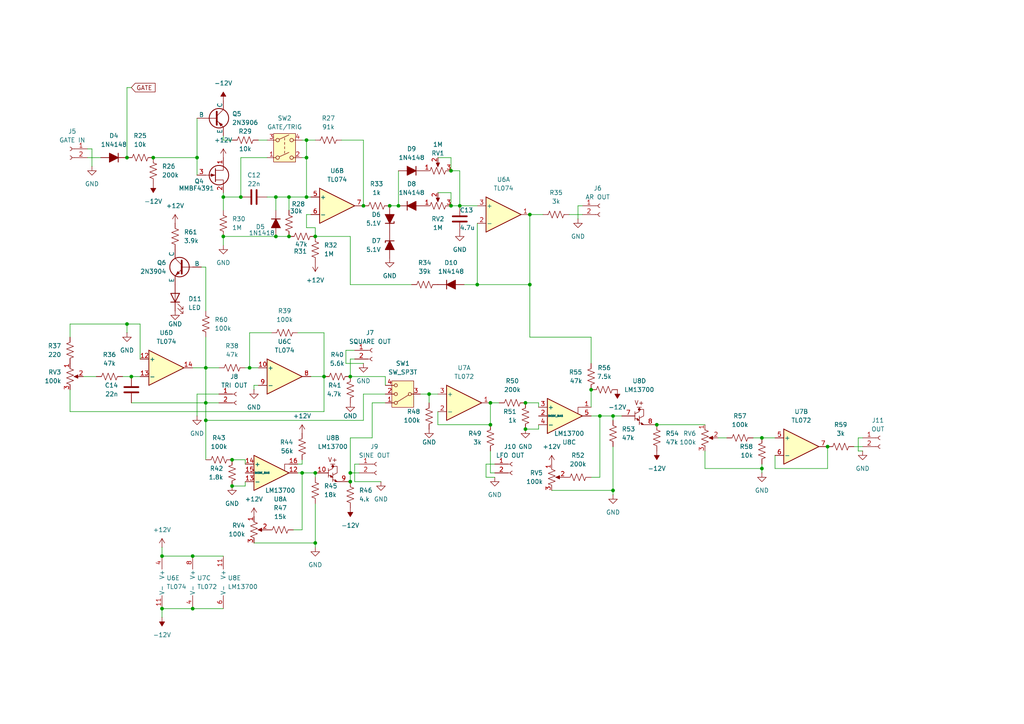
<source format=kicad_sch>
(kicad_sch (version 20231120) (generator "eeschema") (generator_version "8.0")
  (paper "A4")
  (junction (at 173.99 120.65))
  (junction (at 105.41 59.69))
  (junction (at 67.31 133.35))
  (junction (at 69.85 57.15))
  (junction (at 44.45 45.72))
  (junction (at 130.81 49.53))
  (junction (at 101.6 139.7))
  (junction (at 240.03 129.54))
  (junction (at 171.45 113.03))
  (junction (at 142.24 123.19))
  (junction (at 57.15 45.72))
  (junction (at 59.69 106.68))
  (junction (at 87.63 137.16))
  (junction (at 36.83 93.98))
  (junction (at 113.03 59.69))
  (junction (at 46.99 176.53))
  (junction (at 130.81 59.69))
  (junction (at 55.88 161.29))
  (junction (at 55.88 176.53))
  (junction (at 91.44 157.48))
  (junction (at 38.1 109.22))
  (junction (at 138.43 82.55))
  (junction (at 91.44 137.16))
  (junction (at 88.9 45.72))
  (junction (at 67.31 140.97))
  (junction (at 59.69 121.92))
  (junction (at 115.57 59.69))
  (junction (at 88.9 57.15))
  (junction (at 153.67 82.55))
  (junction (at 64.77 57.15))
  (junction (at 64.77 68.58))
  (junction (at 93.98 109.22))
  (junction (at 124.46 114.3))
  (junction (at 101.6 109.22))
  (junction (at 152.4 124.46))
  (junction (at 190.5 123.19))
  (junction (at 152.4 116.84))
  (junction (at 80.01 68.58))
  (junction (at 101.6 137.16))
  (junction (at 72.39 106.68))
  (junction (at 133.35 59.69))
  (junction (at 80.01 57.15))
  (junction (at 220.98 127))
  (junction (at 88.9 40.64))
  (junction (at 83.82 57.15))
  (junction (at 83.82 68.58))
  (junction (at 91.44 68.58))
  (junction (at 220.98 135.89))
  (junction (at 153.67 62.23))
  (junction (at 46.99 161.29))
  (junction (at 177.8 142.24))
  (junction (at 142.24 116.84))
  (junction (at 36.83 45.72))
  (junction (at 177.8 120.65))
  (junction (at 59.69 116.84))
  (wire (pts (xy 160.02 142.24) (xy 177.8 142.24)))
  (wire (pts (xy 72.39 96.52) (xy 72.39 106.68)))
  (wire (pts (xy 101.6 137.16) (xy 104.14 137.16)))
  (wire (pts (xy 171.45 105.41) (xy 171.45 97.79)))
  (wire (pts (xy 152.4 116.84) (xy 156.21 116.84)))
  (wire (pts (xy 74.93 111.76) (xy 73.66 111.76)))
  (wire (pts (xy 35.56 109.22) (xy 38.1 109.22)))
  (wire (pts (xy 64.77 57.15) (xy 69.85 57.15)))
  (wire (pts (xy 46.99 176.53) (xy 46.99 179.07)))
  (wire (pts (xy 105.41 114.3) (xy 105.41 121.92)))
  (wire (pts (xy 90.17 109.22) (xy 93.98 109.22)))
  (wire (pts (xy 105.41 40.64) (xy 99.06 40.64)))
  (wire (pts (xy 88.9 40.64) (xy 91.44 40.64)))
  (wire (pts (xy 130.81 49.53) (xy 133.35 49.53)))
  (wire (pts (xy 101.6 82.55) (xy 101.6 68.58)))
  (wire (pts (xy 71.12 134.62) (xy 71.12 133.35)))
  (wire (pts (xy 142.24 116.84) (xy 144.78 116.84)))
  (wire (pts (xy 83.82 57.15) (xy 88.9 57.15)))
  (wire (pts (xy 44.45 45.72) (xy 57.15 45.72)))
  (wire (pts (xy 138.43 82.55) (xy 153.67 82.55)))
  (wire (pts (xy 102.87 101.6) (xy 100.33 101.6)))
  (wire (pts (xy 91.44 137.16) (xy 91.44 138.43)))
  (wire (pts (xy 142.24 123.19) (xy 127 123.19)))
  (wire (pts (xy 46.99 158.75) (xy 46.99 161.29)))
  (wire (pts (xy 133.35 49.53) (xy 133.35 59.69)))
  (wire (pts (xy 113.03 59.69) (xy 115.57 59.69)))
  (wire (pts (xy 143.51 138.43) (xy 140.97 138.43)))
  (wire (pts (xy 165.1 62.23) (xy 168.91 62.23)))
  (wire (pts (xy 88.9 62.23) (xy 90.17 62.23)))
  (wire (pts (xy 204.47 130.81) (xy 204.47 135.89)))
  (wire (pts (xy 64.77 55.88) (xy 64.77 57.15)))
  (wire (pts (xy 104.14 134.62) (xy 102.87 134.62)))
  (wire (pts (xy 71.12 106.68) (xy 72.39 106.68)))
  (wire (pts (xy 173.99 120.65) (xy 177.8 120.65)))
  (wire (pts (xy 57.15 114.3) (xy 57.15 120.65)))
  (wire (pts (xy 121.92 114.3) (xy 124.46 114.3)))
  (wire (pts (xy 25.4 45.72) (xy 29.21 45.72)))
  (wire (pts (xy 140.97 138.43) (xy 140.97 134.62)))
  (wire (pts (xy 101.6 137.16) (xy 101.6 139.7)))
  (wire (pts (xy 130.81 45.72) (xy 130.81 49.53)))
  (wire (pts (xy 87.63 45.72) (xy 88.9 45.72)))
  (wire (pts (xy 67.31 140.97) (xy 71.12 140.97)))
  (wire (pts (xy 156.21 124.46) (xy 156.21 123.19)))
  (wire (pts (xy 190.5 123.19) (xy 204.47 123.19)))
  (wire (pts (xy 64.77 68.58) (xy 64.77 71.12)))
  (wire (pts (xy 171.45 113.03) (xy 171.45 118.11)))
  (wire (pts (xy 208.28 127) (xy 210.82 127)))
  (wire (pts (xy 93.98 119.38) (xy 93.98 109.22)))
  (wire (pts (xy 85.09 153.67) (xy 87.63 153.67)))
  (wire (pts (xy 111.76 116.84) (xy 107.95 116.84)))
  (wire (pts (xy 71.12 139.7) (xy 71.12 140.97)))
  (wire (pts (xy 59.69 116.84) (xy 63.5 116.84)))
  (wire (pts (xy 36.83 45.72) (xy 36.83 25.4)))
  (wire (pts (xy 20.32 113.03) (xy 20.32 119.38)))
  (wire (pts (xy 78.74 96.52) (xy 72.39 96.52)))
  (wire (pts (xy 74.93 40.64) (xy 77.47 40.64)))
  (wire (pts (xy 59.69 77.47) (xy 59.69 90.17)))
  (wire (pts (xy 105.41 121.92) (xy 59.69 121.92)))
  (wire (pts (xy 91.44 68.58) (xy 91.44 66.04)))
  (wire (pts (xy 87.63 133.35) (xy 87.63 134.62)))
  (wire (pts (xy 59.69 106.68) (xy 63.5 106.68)))
  (wire (pts (xy 133.35 59.69) (xy 138.43 59.69)))
  (wire (pts (xy 220.98 135.89) (xy 220.98 137.16)))
  (wire (pts (xy 59.69 97.79) (xy 59.69 106.68)))
  (wire (pts (xy 77.47 45.72) (xy 69.85 45.72)))
  (wire (pts (xy 73.66 157.48) (xy 91.44 157.48)))
  (wire (pts (xy 177.8 120.65) (xy 177.8 121.92)))
  (wire (pts (xy 71.12 133.35) (xy 67.31 133.35)))
  (wire (pts (xy 91.44 157.48) (xy 91.44 158.75)))
  (wire (pts (xy 204.47 135.89) (xy 220.98 135.89)))
  (wire (pts (xy 142.24 130.81) (xy 142.24 137.16)))
  (wire (pts (xy 171.45 97.79) (xy 153.67 97.79)))
  (wire (pts (xy 101.6 104.14) (xy 101.6 109.22)))
  (wire (pts (xy 173.99 120.65) (xy 173.99 138.43)))
  (wire (pts (xy 248.92 130.81) (xy 250.19 130.81)))
  (wire (pts (xy 26.67 43.18) (xy 26.67 48.26)))
  (wire (pts (xy 167.64 59.69) (xy 167.64 63.5)))
  (wire (pts (xy 153.67 62.23) (xy 153.67 82.55)))
  (wire (pts (xy 101.6 127) (xy 101.6 137.16)))
  (wire (pts (xy 88.9 45.72) (xy 88.9 57.15)))
  (wire (pts (xy 64.77 40.64) (xy 67.31 40.64)))
  (wire (pts (xy 93.98 96.52) (xy 86.36 96.52)))
  (wire (pts (xy 124.46 114.3) (xy 124.46 116.84)))
  (wire (pts (xy 247.65 129.54) (xy 250.19 129.54)))
  (wire (pts (xy 20.32 93.98) (xy 36.83 93.98)))
  (wire (pts (xy 25.4 43.18) (xy 26.67 43.18)))
  (wire (pts (xy 36.83 93.98) (xy 36.83 96.52)))
  (wire (pts (xy 107.95 116.84) (xy 107.95 127)))
  (wire (pts (xy 105.41 59.69) (xy 105.41 40.64)))
  (wire (pts (xy 46.99 176.53) (xy 55.88 176.53)))
  (wire (pts (xy 140.97 134.62) (xy 143.51 134.62)))
  (wire (pts (xy 111.76 114.3) (xy 105.41 114.3)))
  (wire (pts (xy 153.67 62.23) (xy 157.48 62.23)))
  (wire (pts (xy 124.46 114.3) (xy 127 114.3)))
  (wire (pts (xy 111.76 109.22) (xy 101.6 109.22)))
  (wire (pts (xy 59.69 106.68) (xy 59.69 116.84)))
  (wire (pts (xy 115.57 49.53) (xy 115.57 59.69)))
  (wire (pts (xy 138.43 82.55) (xy 134.62 82.55)))
  (wire (pts (xy 55.88 176.53) (xy 64.77 176.53)))
  (wire (pts (xy 224.79 135.89) (xy 224.79 132.08)))
  (wire (pts (xy 102.87 134.62) (xy 102.87 139.7)))
  (wire (pts (xy 87.63 40.64) (xy 88.9 40.64)))
  (wire (pts (xy 57.15 34.29) (xy 57.15 45.72)))
  (wire (pts (xy 138.43 64.77) (xy 138.43 82.55)))
  (wire (pts (xy 63.5 114.3) (xy 57.15 114.3)))
  (wire (pts (xy 130.81 55.88) (xy 130.81 59.69)))
  (wire (pts (xy 102.87 139.7) (xy 110.49 139.7)))
  (wire (pts (xy 91.44 66.04) (xy 88.9 66.04)))
  (wire (pts (xy 64.77 39.37) (xy 64.77 40.64)))
  (wire (pts (xy 80.01 68.58) (xy 83.82 68.58)))
  (wire (pts (xy 248.92 127) (xy 248.92 130.81)))
  (wire (pts (xy 156.21 116.84) (xy 156.21 118.11)))
  (wire (pts (xy 59.69 121.92) (xy 59.69 133.35)))
  (wire (pts (xy 127 45.72) (xy 130.81 45.72)))
  (wire (pts (xy 171.45 120.65) (xy 173.99 120.65)))
  (wire (pts (xy 46.99 161.29) (xy 55.88 161.29)))
  (wire (pts (xy 80.01 57.15) (xy 83.82 57.15)))
  (wire (pts (xy 143.51 137.16) (xy 142.24 137.16)))
  (wire (pts (xy 88.9 45.72) (xy 88.9 40.64)))
  (wire (pts (xy 102.87 104.14) (xy 101.6 104.14)))
  (wire (pts (xy 72.39 106.68) (xy 74.93 106.68)))
  (wire (pts (xy 153.67 97.79) (xy 153.67 82.55)))
  (wire (pts (xy 77.47 57.15) (xy 80.01 57.15)))
  (wire (pts (xy 119.38 82.55) (xy 101.6 82.55)))
  (wire (pts (xy 87.63 134.62) (xy 86.36 134.62)))
  (wire (pts (xy 100.33 105.41) (xy 105.41 105.41)))
  (wire (pts (xy 64.77 68.58) (xy 80.01 68.58)))
  (wire (pts (xy 55.88 161.29) (xy 64.77 161.29)))
  (wire (pts (xy 80.01 57.15) (xy 80.01 60.96)))
  (wire (pts (xy 240.03 135.89) (xy 224.79 135.89)))
  (wire (pts (xy 93.98 109.22) (xy 93.98 96.52)))
  (wire (pts (xy 86.36 137.16) (xy 87.63 137.16)))
  (wire (pts (xy 83.82 57.15) (xy 83.82 60.96)))
  (wire (pts (xy 107.95 127) (xy 101.6 127)))
  (wire (pts (xy 20.32 119.38) (xy 93.98 119.38)))
  (wire (pts (xy 220.98 127) (xy 224.79 127)))
  (wire (pts (xy 142.24 116.84) (xy 142.24 123.19)))
  (wire (pts (xy 127 123.19) (xy 127 119.38)))
  (wire (pts (xy 111.76 111.76) (xy 111.76 109.22)))
  (wire (pts (xy 20.32 97.79) (xy 20.32 93.98)))
  (wire (pts (xy 250.19 127) (xy 248.92 127)))
  (wire (pts (xy 88.9 57.15) (xy 90.17 57.15)))
  (wire (pts (xy 240.03 129.54) (xy 240.03 135.89)))
  (wire (pts (xy 59.69 116.84) (xy 59.69 121.92)))
  (wire (pts (xy 73.66 111.76) (xy 73.66 113.03)))
  (wire (pts (xy 168.91 59.69) (xy 167.64 59.69)))
  (wire (pts (xy 58.42 77.47) (xy 59.69 77.47)))
  (wire (pts (xy 88.9 66.04) (xy 88.9 62.23)))
  (wire (pts (xy 91.44 146.05) (xy 91.44 157.48)))
  (wire (pts (xy 64.77 57.15) (xy 64.77 60.96)))
  (wire (pts (xy 69.85 45.72) (xy 69.85 57.15)))
  (wire (pts (xy 87.63 153.67) (xy 87.63 137.16)))
  (wire (pts (xy 36.83 93.98) (xy 40.64 93.98)))
  (wire (pts (xy 130.81 59.69) (xy 133.35 59.69)))
  (wire (pts (xy 24.13 109.22) (xy 27.94 109.22)))
  (wire (pts (xy 171.45 138.43) (xy 173.99 138.43)))
  (wire (pts (xy 177.8 142.24) (xy 177.8 143.51)))
  (wire (pts (xy 38.1 109.22) (xy 40.64 109.22)))
  (wire (pts (xy 127 55.88) (xy 130.81 55.88)))
  (wire (pts (xy 177.8 129.54) (xy 177.8 142.24)))
  (wire (pts (xy 218.44 127) (xy 220.98 127)))
  (wire (pts (xy 55.88 106.68) (xy 59.69 106.68)))
  (wire (pts (xy 59.69 116.84) (xy 38.1 116.84)))
  (wire (pts (xy 177.8 120.65) (xy 180.34 120.65)))
  (wire (pts (xy 101.6 68.58) (xy 91.44 68.58)))
  (wire (pts (xy 152.4 124.46) (xy 156.21 124.46)))
  (wire (pts (xy 100.33 101.6) (xy 100.33 105.41)))
  (wire (pts (xy 220.98 134.62) (xy 220.98 135.89)))
  (wire (pts (xy 87.63 137.16) (xy 91.44 137.16)))
  (wire (pts (xy 40.64 93.98) (xy 40.64 104.14)))
  (wire (pts (xy 57.15 45.72) (xy 57.15 50.8)))
  (wire (pts (xy 36.83 25.4) (xy 38.1 25.4)))
  (global_label "GATE" (shape input) (at 38.1 25.4 0) (property "Intersheetrefs" "${INTERSHEET_REFS}" (effects (hide yes))))
  (symbol (lib_id "Device:R_US") (at 83.82 64.77 180) (unit 1)
    (property "Reference" "R28" (at 84.582 59.182 0) (effects (justify right)))
    (property "Value" "30k" (at 84.074 61.214 0) (effects (justify right)))
    (property "Footprint" "Resistor_THT:R_Axial_DIN0207_L6.3mm_D2.5mm_P7.62mm_Horizontal" (effects (hide yes)))
    (property "Description" "Resistor, US symbol" (effects (hide yes)))
  )
  (symbol (lib_id "Device:R_US") (at 81.28 153.67 90) (unit 1)
    (property "Reference" "R47" (at 81.28 147.32 90))
    (property "Value" "15k" (at 81.28 149.86 90))
    (property "Footprint" "Resistor_THT:R_Axial_DIN0207_L6.3mm_D2.5mm_P7.62mm_Horizontal" (effects (hide yes)))
    (property "Description" "Resistor, US symbol" (effects (hide yes)))
  )
  (symbol (lib_id "power:+12V") (at 73.66 149.86 0) (unit 1)
    (property "Reference" "#PWR032" (effects (hide yes)))
    (property "Value" "+12V" (at 73.66 144.78 0))
    (property "Description" "Power symbol creates a global label with name \"+12V\"" (effects (hide yes)))
  )
  (symbol (lib_id "power:-12V") (at 179.07 113.03 180) (unit 1)
    (property "Reference" "#PWR041" (effects (hide yes)))
    (property "Value" "-12V" (at 179.07 118.11 0))
    (property "Description" "Power symbol creates a global label with name \"-12V\"" (effects (hide yes)))
  )
  (symbol (lib_id "power:-12V") (at 46.99 179.07 180) (unit 1)
    (property "Reference" "#PWR052" (effects (hide yes)))
    (property "Value" "-12V" (at 46.99 184.15 0))
    (property "Description" "Power symbol creates a global label with name \"-12V\"" (effects (hide yes)))
  )
  (symbol (lib_id "Device:R_US") (at 177.8 125.73 180) (unit 1)
    (property "Reference" "R53" (at 180.34 124.4599 0) (effects (justify right)))
    (property "Value" "47k" (at 180.34 126.9999 0) (effects (justify right)))
    (property "Footprint" "Resistor_THT:R_Axial_DIN0207_L6.3mm_D2.5mm_P7.62mm_Horizontal" (effects (hide yes)))
    (property "Description" "Resistor, US symbol" (effects (hide yes)))
  )
  (symbol (lib_id "Amplifier_Operational:TL074") (at 48.26 106.68 0) (unit 4)
    (property "Reference" "U6" (at 48.26 96.52 0))
    (property "Value" "TL074" (at 48.26 99.06 0))
    (property "Footprint" "Package_DIP:DIP-14_W7.62mm_Socket" (effects (hide yes)))
    (property "Datasheet" "http://www.ti.com/lit/ds/symlink/tl071.pdf" (effects (hide yes)))
    (property "Description" "Quad Low-Noise JFET-Input Operational Amplifiers, DIP-14/SOIC-14" (effects (hide yes)))
  )
  (symbol (lib_id "Device:R_US") (at 67.31 106.68 90) (unit 1)
    (property "Reference" "R38" (at 67.31 100.33 90))
    (property "Value" "47k" (at 67.31 102.87 90))
    (property "Footprint" "Resistor_THT:R_Axial_DIN0207_L6.3mm_D2.5mm_P7.62mm_Horizontal" (effects (hide yes)))
    (property "Description" "Resistor, US symbol" (effects (hide yes)))
  )
  (symbol (lib_id "power:GND") (at 36.83 96.52 0) (unit 1)
    (property "Reference" "#PWR028" (effects (hide yes)))
    (property "Value" "GND" (at 36.83 101.6 0))
    (property "Description" "Power symbol creates a global label with name \"GND\" , ground" (effects (hide yes)))
  )
  (symbol (lib_id "Device:R_US") (at 171.45 109.22 0) (mirror x) (unit 1)
    (property "Reference" "R55" (at 168.91 107.9499 0) (effects (justify right)))
    (property "Value" "47k" (at 168.91 110.4899 0) (effects (justify right)))
    (property "Footprint" "Resistor_THT:R_Axial_DIN0207_L6.3mm_D2.5mm_P7.62mm_Horizontal" (effects (hide yes)))
    (property "Description" "Resistor, US symbol" (effects (hide yes)))
  )
  (symbol (lib_id "Device:R_US") (at 91.44 72.39 0) (unit 1)
    (property "Reference" "R32" (at 93.98 71.1199 0) (effects (justify left)))
    (property "Value" "1M" (at 93.98 73.6599 0) (effects (justify left)))
    (property "Footprint" "Resistor_THT:R_Axial_DIN0207_L6.3mm_D2.5mm_P7.62mm_Horizontal" (effects (hide yes)))
    (property "Description" "Resistor, US symbol" (effects (hide yes)))
  )
  (symbol (lib_id "Device:C") (at 73.66 57.15 90) (unit 1)
    (property "Reference" "C12" (at 73.66 50.8 90))
    (property "Value" "22n" (at 73.66 53.34 90))
    (property "Footprint" "Capacitor_THT:C_Disc_D3.0mm_W2.0mm_P2.50mm" (effects (hide yes)))
    (property "Description" "Unpolarized capacitor" (effects (hide yes)))
  )
  (symbol (lib_id "Amplifier_Operational:LM13700") (at 187.96 120.65 0) (unit 4)
    (property "Reference" "U8" (at 185.42 110.49 0))
    (property "Value" "LM13700" (at 185.42 113.03 0))
    (property "Footprint" "Package_DIP:DIP-16_W7.62mm_Socket" (effects (hide yes)))
    (property "Datasheet" "http://www.ti.com/lit/ds/symlink/lm13700.pdf" (effects (hide yes)))
    (property "Description" "Dual Operational Transconductance Amplifiers with Linearizing Diodes and Buffers, DIP-16/SOIC-16" (effects (hide yes)))
  )
  (symbol (lib_id "Device:R_US") (at 87.63 129.54 0) (mirror x) (unit 1)
    (property "Reference" "R44" (at 85.09 128.2699 0) (effects (justify right)))
    (property "Value" "56k" (at 85.09 130.8099 0) (effects (justify right)))
    (property "Footprint" "Resistor_THT:R_Axial_DIN0207_L6.3mm_D2.5mm_P7.62mm_Horizontal" (effects (hide yes)))
    (property "Description" "Resistor, US symbol" (effects (hide yes)))
  )
  (symbol (lib_id "Device:D_Filled") (at 130.81 82.55 0) (mirror x) (unit 1)
    (property "Reference" "D10" (at 130.81 76.2 0))
    (property "Value" "1N4148" (at 130.81 78.74 0))
    (property "Footprint" "Diode_THT:D_DO-35_SOD27_P7.62mm_Horizontal" (effects (hide yes)))
    (property "Description" "Diode, filled shape" (effects (hide yes)))
    (property "Sim.Device" "D" (effects (hide yes)))
    (property "Sim.Pins" "1=K 2=A" (effects (hide yes)))
  )
  (symbol (lib_id "Device:R_Potentiometer_US") (at 20.32 109.22 0) (unit 1)
    (property "Reference" "RV3" (at 17.78 107.9499 0) (effects (justify right)))
    (property "Value" "100k" (at 17.78 110.4899 0) (effects (justify right)))
    (property "Footprint" "Connector_Wire:SolderWire-0.75sqmm_1x03_P4.8mm_D1.25mm_OD2.3mm" (effects (hide yes)))
    (property "Description" "Potentiometer, US symbol" (effects (hide yes)))
  )
  (symbol (lib_id "Device:R_US") (at 82.55 96.52 90) (unit 1)
    (property "Reference" "R39" (at 82.55 90.17 90))
    (property "Value" "100k" (at 82.55 92.71 90))
    (property "Footprint" "Resistor_THT:R_Axial_DIN0207_L6.3mm_D2.5mm_P7.62mm_Horizontal" (effects (hide yes)))
    (property "Description" "Resistor, US symbol" (effects (hide yes)))
  )
  (symbol (lib_id "Device:R_US") (at 91.44 142.24 180) (unit 1)
    (property "Reference" "R45" (at 93.98 140.9699 0) (effects (justify right)))
    (property "Value" "18k" (at 93.98 143.5099 0) (effects (justify right)))
    (property "Footprint" "Resistor_THT:R_Axial_DIN0207_L6.3mm_D2.5mm_P7.62mm_Horizontal" (effects (hide yes)))
    (property "Description" "Resistor, US symbol" (effects (hide yes)))
  )
  (symbol (lib_id "power:GND") (at 105.41 105.41 0) (unit 1)
    (property "Reference" "#PWR048" (effects (hide yes)))
    (property "Value" "GND" (at 105.41 110.49 0))
    (property "Description" "Power symbol creates a global label with name \"GND\" , ground" (effects (hide yes)))
  )
  (symbol (lib_id "Device:R_US") (at 123.19 82.55 90) (unit 1)
    (property "Reference" "R34" (at 123.19 76.2 90))
    (property "Value" "39k" (at 123.19 78.74 90))
    (property "Footprint" "Resistor_THT:R_Axial_DIN0207_L6.3mm_D2.5mm_P7.62mm_Horizontal" (effects (hide yes)))
    (property "Description" "Resistor, US symbol" (effects (hide yes)))
  )
  (symbol (lib_id "Transistor_FET:MMBF4391") (at 62.23 50.8 0) (unit 1)
    (property "Reference" "Q4" (at 56.388 52.578 0) (effects (justify left)))
    (property "Value" "MMBF4391" (at 51.816 54.61 0) (effects (justify left)))
    (property "Footprint" "Package_TO_SOT_THT:TO-92_Inline" (effects (hide yes)))
    (property "Datasheet" "https://www.onsemi.com/pub/Collateral/MMBF4391LT1-D.PDF" (effects (hide yes)))
    (property "Description" "50mA min, 30V, 30mOhm max, 4-10V Vgs(off), N-Channel JFET, SOT-23" (effects (hide yes)))
  )
  (symbol (lib_id "power:GND") (at 73.66 113.03 0) (unit 1)
    (property "Reference" "#PWR029" (effects (hide yes)))
    (property "Value" "GND" (at 73.66 118.11 0))
    (property "Description" "Power symbol creates a global label with name \"GND\" , ground" (effects (hide yes)))
  )
  (symbol (lib_id "Device:D_Filled") (at 33.02 45.72 180) (unit 1)
    (property "Reference" "D4" (at 33.02 39.37 0))
    (property "Value" "1N4148" (at 33.02 41.91 0))
    (property "Footprint" "Diode_THT:D_DO-35_SOD27_P7.62mm_Horizontal" (effects (hide yes)))
    (property "Description" "Diode, filled shape" (effects (hide yes)))
    (property "Sim.Device" "D" (effects (hide yes)))
    (property "Sim.Pins" "1=K 2=A" (effects (hide yes)))
  )
  (symbol (lib_id "Device:R_US") (at 20.32 101.6 0) (mirror x) (unit 1)
    (property "Reference" "R37" (at 17.78 100.3299 0) (effects (justify right)))
    (property "Value" "220" (at 17.78 102.8699 0) (effects (justify right)))
    (property "Footprint" "Resistor_THT:R_Axial_DIN0207_L6.3mm_D2.5mm_P7.62mm_Horizontal" (effects (hide yes)))
    (property "Description" "Resistor, US symbol" (effects (hide yes)))
  )
  (symbol (lib_id "Amplifier_Operational:TL072") (at 134.62 116.84 0) (unit 1)
    (property "Reference" "U7" (at 134.62 106.68 0))
    (property "Value" "TL072" (at 134.62 109.22 0))
    (property "Footprint" "Package_DIP:DIP-8_W7.62mm_Socket" (effects (hide yes)))
    (property "Datasheet" "http://www.ti.com/lit/ds/symlink/tl071.pdf" (effects (hide yes)))
    (property "Description" "Dual Low-Noise JFET-Input Operational Amplifiers, DIP-8/SOIC-8" (effects (hide yes)))
  )
  (symbol (lib_id "Device:R_US") (at 152.4 120.65 0) (mirror x) (unit 1)
    (property "Reference" "R51" (at 149.86 119.3799 0) (effects (justify right)))
    (property "Value" "1k" (at 149.86 121.9199 0) (effects (justify right)))
    (property "Footprint" "Resistor_THT:R_Axial_DIN0207_L6.3mm_D2.5mm_P7.62mm_Horizontal" (effects (hide yes)))
    (property "Description" "Resistor, US symbol" (effects (hide yes)))
  )
  (symbol (lib_id "Device:R_US") (at 175.26 113.03 90) (unit 1)
    (property "Reference" "R56" (at 175.26 106.68 90))
    (property "Value" "7.5k" (at 175.26 109.22 90))
    (property "Footprint" "Resistor_THT:R_Axial_DIN0207_L6.3mm_D2.5mm_P7.62mm_Horizontal" (effects (hide yes)))
    (property "Description" "Resistor, US symbol" (effects (hide yes)))
  )
  (symbol (lib_id "power:GND") (at 64.77 71.12 0) (unit 1)
    (property "Reference" "#PWR022" (effects (hide yes)))
    (property "Value" "GND" (at 64.77 76.2 0))
    (property "Description" "Power symbol creates a global label with name \"GND\" , ground" (effects (hide yes)))
  )
  (symbol (lib_id "power:GND") (at 250.19 130.81 0) (unit 1)
    (property "Reference" "#PWR045" (effects (hide yes)))
    (property "Value" "GND" (at 250.19 135.89 0))
    (property "Description" "Power symbol creates a global label with name \"GND\" , ground" (effects (hide yes)))
  )
  (symbol (lib_id "Connector:Conn_01x02_Socket") (at 109.22 134.62 0) (unit 1)
    (property "Reference" "J9" (at 108.585 129.54 0))
    (property "Value" "SINE OUT" (at 108.585 132.08 0))
    (property "Footprint" "Connector_Wire:SolderWire-0.75sqmm_1x02_P4.8mm_D1.25mm_OD2.3mm" (effects (hide yes)))
    (property "Description" "Generic connector, single row, 01x02, script generated" (effects (hide yes)))
  )
  (symbol (lib_id "power:-12V") (at 44.45 53.34 180) (unit 1)
    (property "Reference" "#PWR023" (effects (hide yes)))
    (property "Value" "-12V" (at 44.45 58.42 0))
    (property "Description" "Power symbol creates a global label with name \"-12V\"" (effects (hide yes)))
  )
  (symbol (lib_id "Amplifier_Operational:TL072") (at 58.42 168.91 0) (unit 3)
    (property "Reference" "U7" (at 57.15 167.6399 0) (effects (justify left)))
    (property "Value" "TL072" (at 57.15 170.1799 0) (effects (justify left)))
    (property "Footprint" "Package_DIP:DIP-8_W7.62mm_Socket" (effects (hide yes)))
    (property "Datasheet" "http://www.ti.com/lit/ds/symlink/tl071.pdf" (effects (hide yes)))
    (property "Description" "Dual Low-Noise JFET-Input Operational Amplifiers, DIP-8/SOIC-8" (effects (hide yes)))
  )
  (symbol (lib_id "Device:R_US") (at 95.25 40.64 90) (unit 1)
    (property "Reference" "R27" (at 95.25 34.29 90))
    (property "Value" "91k" (at 95.25 36.83 90))
    (property "Footprint" "Resistor_THT:R_Axial_DIN0207_L6.3mm_D2.5mm_P7.62mm_Horizontal" (effects (hide yes)))
    (property "Description" "Resistor, US symbol" (effects (hide yes)))
  )
  (symbol (lib_id "power:+12V") (at 50.8 64.77 0) (unit 1)
    (property "Reference" "#PWR044" (effects (hide yes)))
    (property "Value" "+12V" (at 50.8 59.69 0))
    (property "Description" "Power symbol creates a global label with name \"+12V\"" (effects (hide yes)))
  )
  (symbol (lib_id "Amplifier_Operational:LM13700") (at 163.83 120.65 0) (mirror x) (unit 3)
    (property "Reference" "U8" (at 165.1 128.27 0))
    (property "Value" "LM13700" (at 165.1 125.73 0))
    (property "Footprint" "Package_DIP:DIP-16_W7.62mm_Socket" (effects (hide yes)))
    (property "Datasheet" "http://www.ti.com/lit/ds/symlink/lm13700.pdf" (effects (hide yes)))
    (property "Description" "Dual Operational Transconductance Amplifiers with Linearizing Diodes and Buffers, DIP-16/SOIC-16" (effects (hide yes)))
  )
  (symbol (lib_id "Device:D_Filled") (at 119.38 59.69 0) (mirror x) (unit 1)
    (property "Reference" "D8" (at 119.38 53.34 0))
    (property "Value" "1N4148" (at 119.38 55.88 0))
    (property "Footprint" "Diode_THT:D_DO-35_SOD27_P7.62mm_Horizontal" (effects (hide yes)))
    (property "Description" "Diode, filled shape" (effects (hide yes)))
    (property "Sim.Device" "D" (effects (hide yes)))
    (property "Sim.Pins" "1=K 2=A" (effects (hide yes)))
  )
  (symbol (lib_id "Device:R_US") (at 64.77 64.77 0) (unit 1)
    (property "Reference" "R30" (at 67.31 63.4999 0) (effects (justify left)))
    (property "Value" "1M" (at 67.31 66.0399 0) (effects (justify left)))
    (property "Footprint" "Resistor_THT:R_Axial_DIN0207_L6.3mm_D2.5mm_P7.62mm_Horizontal" (effects (hide yes)))
    (property "Description" "Resistor, US symbol" (effects (hide yes)))
  )
  (symbol (lib_id "Device:R_US") (at 87.63 68.58 90) (unit 1)
    (property "Reference" "R31" (at 87.122 72.898 90))
    (property "Value" "47k" (at 87.376 70.866 90))
    (property "Footprint" "Resistor_THT:R_Axial_DIN0207_L6.3mm_D2.5mm_P7.62mm_Horizontal" (effects (hide yes)))
    (property "Description" "Resistor, US symbol" (effects (hide yes)))
  )
  (symbol (lib_id "Device:R_US") (at 148.59 116.84 90) (unit 1)
    (property "Reference" "R50" (at 148.59 110.49 90))
    (property "Value" "200k" (at 148.59 113.03 90))
    (property "Footprint" "Resistor_THT:R_Axial_DIN0207_L6.3mm_D2.5mm_P7.62mm_Horizontal" (effects (hide yes)))
    (property "Description" "Resistor, US symbol" (effects (hide yes)))
  )
  (symbol (lib_id "Device:D_Filled") (at 119.38 49.53 0) (mirror y) (unit 1)
    (property "Reference" "D9" (at 119.38 43.18 0))
    (property "Value" "1N4148" (at 119.38 45.72 0))
    (property "Footprint" "Diode_THT:D_DO-35_SOD27_P7.62mm_Horizontal" (effects (hide yes)))
    (property "Description" "Diode, filled shape" (effects (hide yes)))
    (property "Sim.Device" "D" (effects (hide yes)))
    (property "Sim.Pins" "1=K 2=A" (effects (hide yes)))
  )
  (symbol (lib_id "Switch:SW_DPST") (at 82.55 43.18 0) (unit 1)
    (property "Reference" "SW2" (at 82.55 34.29 0))
    (property "Value" "GATE/TRIG" (at 82.55 36.83 0))
    (property "Footprint" "Connector_Wire:SolderWire-0.75sqmm_1x04_P4.8mm_D1.25mm_OD2.3mm" (effects (hide yes)))
    (property "Description" "Double Pole Single Throw (DPST) Switch" (effects (hide yes)))
  )
  (symbol (lib_id "power:GND") (at 57.15 120.65 0) (unit 1)
    (property "Reference" "#PWR049" (effects (hide yes)))
    (property "Value" "GND" (at 57.15 125.73 0))
    (property "Description" "Power symbol creates a global label with name \"GND\" , ground" (effects (hide yes)))
  )
  (symbol (lib_id "Device:R_US") (at 59.69 93.98 0) (unit 1)
    (property "Reference" "R60" (at 62.23 92.7099 0) (effects (justify left)))
    (property "Value" "100k" (at 62.23 95.2499 0) (effects (justify left)))
    (property "Footprint" "Resistor_THT:R_Axial_DIN0207_L6.3mm_D2.5mm_P7.62mm_Horizontal" (effects (hide yes)))
    (property "Description" "Resistor, US symbol" (effects (hide yes)))
  )
  (symbol (lib_id "power:+12V") (at 91.44 76.2 180) (unit 1)
    (property "Reference" "#PWR025" (effects (hide yes)))
    (property "Value" "+12V" (at 91.44 81.28 0))
    (property "Description" "Power symbol creates a global label with name \"+12V\"" (effects (hide yes)))
  )
  (symbol (lib_id "power:-12V") (at 101.6 147.32 180) (unit 1)
    (property "Reference" "#PWR034" (effects (hide yes)))
    (property "Value" "-12V" (at 101.6 152.4 0))
    (property "Description" "Power symbol creates a global label with name \"-12V\"" (effects (hide yes)))
  )
  (symbol (lib_id "Device:R_US") (at 63.5 133.35 90) (unit 1)
    (property "Reference" "R43" (at 63.5 127 90))
    (property "Value" "100k" (at 63.5 129.54 90))
    (property "Footprint" "Resistor_THT:R_Axial_DIN0207_L6.3mm_D2.5mm_P7.62mm_Horizontal" (effects (hide yes)))
    (property "Description" "Resistor, US symbol" (effects (hide yes)))
  )
  (symbol (lib_id "Device:R_US") (at 40.64 45.72 90) (unit 1)
    (property "Reference" "R25" (at 40.64 39.37 90))
    (property "Value" "10k" (at 40.64 41.91 90))
    (property "Footprint" "Resistor_THT:R_Axial_DIN0207_L6.3mm_D2.5mm_P7.62mm_Horizontal" (effects (hide yes)))
    (property "Description" "Resistor, US symbol" (effects (hide yes)))
  )
  (symbol (lib_id "Device:R_US") (at 97.79 109.22 90) (unit 1)
    (property "Reference" "R40" (at 97.79 102.87 90))
    (property "Value" "5.6k" (at 97.79 105.41 90))
    (property "Footprint" "Resistor_THT:R_Axial_DIN0207_L6.3mm_D2.5mm_P7.62mm_Horizontal" (effects (hide yes)))
    (property "Description" "Resistor, US symbol" (effects (hide yes)))
  )
  (symbol (lib_id "Simulation_SPICE:NPN") (at 53.34 77.47 0) (mirror y) (unit 1)
    (property "Reference" "Q6" (at 48.26 76.1999 0) (effects (justify left)))
    (property "Value" "2N3904" (at 48.26 78.7399 0) (effects (justify left)))
    (property "Footprint" "Package_TO_SOT_THT:TO-92_Inline" (effects (hide yes)))
    (property "Datasheet" "https://ngspice.sourceforge.io/docs/ngspice-html-manual/manual.xhtml#cha_BJTs" (effects (hide yes)))
    (property "Description" "Bipolar transistor symbol for simulation only, substrate tied to the emitter" (effects (hide yes)))
    (property "Sim.Device" "NPN" (effects (hide yes)))
    (property "Sim.Type" "GUMMELPOON" (effects (hide yes)))
    (property "Sim.Pins" "1=C 2=B 3=E" (effects (hide yes)))
  )
  (symbol (lib_id "power:+12V") (at 64.77 45.72 0) (unit 1)
    (property "Reference" "#PWR054" (effects (hide yes)))
    (property "Value" "+12V" (at 64.77 40.64 0))
    (property "Description" "Power symbol creates a global label with name \"+12V\"" (effects (hide yes)))
  )
  (symbol (lib_id "Connector:Conn_01x02_Socket") (at 68.58 114.3 0) (unit 1)
    (property "Reference" "J8" (at 67.945 109.22 0))
    (property "Value" "TRI OUT" (at 67.945 111.76 0))
    (property "Footprint" "Connector_Wire:SolderWire-0.75sqmm_1x02_P4.8mm_D1.25mm_OD2.3mm" (effects (hide yes)))
    (property "Description" "Generic connector, single row, 01x02, script generated" (effects (hide yes)))
  )
  (symbol (lib_id "Device:R_US") (at 214.63 127 90) (unit 1)
    (property "Reference" "R57" (at 214.63 120.65 90))
    (property "Value" "100k" (at 214.63 123.19 90))
    (property "Footprint" "Resistor_THT:R_Axial_DIN0207_L6.3mm_D2.5mm_P7.62mm_Horizontal" (effects (hide yes)))
    (property "Description" "Resistor, US symbol" (effects (hide yes)))
  )
  (symbol (lib_id "power:GND") (at 113.03 74.93 0) (unit 1)
    (property "Reference" "#PWR026" (effects (hide yes)))
    (property "Value" "GND" (at 113.03 80.01 0))
    (property "Description" "Power symbol creates a global label with name \"GND\" , ground" (effects (hide yes)))
  )
  (symbol (lib_id "Switch:SW_SP3T") (at 116.84 114.3 180) (unit 1)
    (property "Reference" "SW1" (at 116.84 105.41 0))
    (property "Value" "SW_SP3T" (at 116.84 107.95 0))
    (property "Footprint" "Connector_Wire:SolderWire-0.75sqmm_1x04_P4.8mm_D1.25mm_OD2.3mm" (effects (hide yes)))
    (property "Description" "Switch, three position, single pole triple throw, 3 position switch, SP3T" (effects (hide yes)))
  )
  (symbol (lib_id "power:+12V") (at 87.63 125.73 0) (unit 1)
    (property "Reference" "#PWR031" (effects (hide yes)))
    (property "Value" "+12V" (at 87.63 120.65 0))
    (property "Description" "Power symbol creates a global label with name \"+12V\"" (effects (hide yes)))
  )
  (symbol (lib_id "Device:R_Potentiometer_US") (at 160.02 138.43 0) (unit 1)
    (property "Reference" "RV5" (at 157.48 137.1599 0) (effects (justify right)))
    (property "Value" "100k" (at 157.48 139.6999 0) (effects (justify right)))
    (property "Footprint" "Connector_Wire:SolderWire-0.75sqmm_1x03_P4.8mm_D1.25mm_OD2.3mm" (effects (hide yes)))
    (property "Description" "Potentiometer, US symbol" (effects (hide yes)))
  )
  (symbol (lib_id "Amplifier_Operational:TL074") (at 97.79 59.69 0) (unit 2)
    (property "Reference" "U6" (at 97.79 49.53 0))
    (property "Value" "TL074" (at 97.79 52.07 0))
    (property "Footprint" "Package_DIP:DIP-14_W7.62mm_Socket" (effects (hide yes)))
    (property "Datasheet" "http://www.ti.com/lit/ds/symlink/tl071.pdf" (effects (hide yes)))
    (property "Description" "Quad Low-Noise JFET-Input Operational Amplifiers, DIP-14/SOIC-14" (effects (hide yes)))
  )
  (symbol (lib_id "Device:R_US") (at 124.46 120.65 0) (mirror x) (unit 1)
    (property "Reference" "R48" (at 121.92 119.3799 0) (effects (justify right)))
    (property "Value" "100k" (at 121.92 121.9199 0) (effects (justify right)))
    (property "Footprint" "Resistor_THT:R_Axial_DIN0207_L6.3mm_D2.5mm_P7.62mm_Horizontal" (effects (hide yes)))
    (property "Description" "Resistor, US symbol" (effects (hide yes)))
  )
  (symbol (lib_id "Amplifier_Operational:TL074") (at 49.53 168.91 0) (unit 5)
    (property "Reference" "U6" (at 48.26 167.6399 0) (effects (justify left)))
    (property "Value" "TL074" (at 48.26 170.1799 0) (effects (justify left)))
    (property "Footprint" "Package_DIP:DIP-14_W7.62mm_Socket" (effects (hide yes)))
    (property "Datasheet" "http://www.ti.com/lit/ds/symlink/tl071.pdf" (effects (hide yes)))
    (property "Description" "Quad Low-Noise JFET-Input Operational Amplifiers, DIP-14/SOIC-14" (effects (hide yes)))
  )
  (symbol (lib_id "Device:R_US") (at 50.8 68.58 0) (unit 1)
    (property "Reference" "R61" (at 53.34 67.3099 0) (effects (justify left)))
    (property "Value" "3.9k" (at 53.34 69.8499 0) (effects (justify left)))
    (property "Footprint" "Resistor_THT:R_Axial_DIN0207_L6.3mm_D2.5mm_P7.62mm_Horizontal" (effects (hide yes)))
    (property "Description" "Resistor, US symbol" (effects (hide yes)))
  )
  (symbol (lib_id "power:GND") (at 152.4 124.46 0) (unit 1)
    (property "Reference" "#PWR037" (effects (hide yes)))
    (property "Value" "GND" (at 152.4 129.54 0))
    (property "Description" "Power symbol creates a global label with name \"GND\" , ground" (effects (hide yes)))
  )
  (symbol (lib_id "Amplifier_Operational:TL074") (at 82.55 109.22 0) (unit 3)
    (property "Reference" "U6" (at 82.55 99.06 0))
    (property "Value" "TL074" (at 82.55 101.6 0))
    (property "Footprint" "Package_DIP:DIP-14_W7.62mm_Socket" (effects (hide yes)))
    (property "Datasheet" "http://www.ti.com/lit/ds/symlink/tl071.pdf" (effects (hide yes)))
    (property "Description" "Quad Low-Noise JFET-Input Operational Amplifiers, DIP-14/SOIC-14" (effects (hide yes)))
  )
  (symbol (lib_id "power:GND") (at 101.6 116.84 0) (unit 1)
    (property "Reference" "#PWR030" (effects (hide yes)))
    (property "Value" "GND" (at 101.6 120.65 0))
    (property "Description" "Power symbol creates a global label with name \"GND\" , ground" (effects (hide yes)))
  )
  (symbol (lib_id "Connector:Conn_01x02_Socket") (at 107.95 101.6 0) (unit 1)
    (property "Reference" "J7" (at 107.315 96.52 0))
    (property "Value" "SQUARE OUT" (at 107.315 99.06 0))
    (property "Footprint" "Connector_Wire:SolderWire-0.75sqmm_1x02_P4.8mm_D1.25mm_OD2.3mm" (effects (hide yes)))
    (property "Description" "Generic connector, single row, 01x02, script generated" (effects (hide yes)))
  )
  (symbol (lib_id "Connector:Conn_01x02_Socket") (at 20.32 43.18 0) (mirror y) (unit 1)
    (property "Reference" "J5" (at 20.955 38.1 0))
    (property "Value" "GATE IN" (at 20.955 40.64 0))
    (property "Footprint" "Connector_Wire:SolderWire-0.75sqmm_1x02_P4.8mm_D1.25mm_OD2.3mm" (effects (hide yes)))
    (property "Description" "Generic connector, single row, 01x02, script generated" (effects (hide yes)))
  )
  (symbol (lib_id "Amplifier_Operational:LM13700") (at 78.74 137.16 0) (mirror x) (unit 1)
    (property "Reference" "U8" (at 81.28 144.78 0))
    (property "Value" "LM13700" (at 81.28 142.24 0))
    (property "Footprint" "Package_DIP:DIP-16_W7.62mm_Socket" (effects (hide yes)))
    (property "Datasheet" "http://www.ti.com/lit/ds/symlink/lm13700.pdf" (effects (hide yes)))
    (property "Description" "Dual Operational Transconductance Amplifiers with Linearizing Diodes and Buffers, DIP-16/SOIC-16" (effects (hide yes)))
  )
  (symbol (lib_id "power:GND") (at 26.67 48.26 0) (unit 1)
    (property "Reference" "#PWR051" (effects (hide yes)))
    (property "Value" "GND" (at 26.67 53.34 0))
    (property "Description" "Power symbol creates a global label with name \"GND\" , ground" (effects (hide yes)))
  )
  (symbol (lib_id "Device:R_Potentiometer_US") (at 73.66 153.67 0) (unit 1)
    (property "Reference" "RV4" (at 71.12 152.3999 0) (effects (justify right)))
    (property "Value" "100k" (at 71.12 154.9399 0) (effects (justify right)))
    (property "Footprint" "Connector_Wire:SolderWire-0.75sqmm_1x03_P4.8mm_D1.25mm_OD2.3mm" (effects (hide yes)))
    (property "Description" "Potentiometer, US symbol" (effects (hide yes)))
  )
  (symbol (lib_id "Device:R_US") (at 190.5 127 180) (unit 1)
    (property "Reference" "R54" (at 193.04 125.7299 0) (effects (justify right)))
    (property "Value" "47k" (at 193.04 128.2699 0) (effects (justify right)))
    (property "Footprint" "Resistor_THT:R_Axial_DIN0207_L6.3mm_D2.5mm_P7.62mm_Horizontal" (effects (hide yes)))
    (property "Description" "Resistor, US symbol" (effects (hide yes)))
  )
  (symbol (lib_id "power:+12V") (at 46.99 158.75 0) (unit 1)
    (property "Reference" "#PWR053" (effects (hide yes)))
    (property "Value" "+12V" (at 46.99 153.67 0))
    (property "Description" "Power symbol creates a global label with name \"+12V\"" (effects (hide yes)))
  )
  (symbol (lib_id "power:GND") (at 91.44 158.75 0) (unit 1)
    (property "Reference" "#PWR033" (effects (hide yes)))
    (property "Value" "GND" (at 91.44 163.83 0))
    (property "Description" "Power symbol creates a global label with name \"GND\" , ground" (effects (hide yes)))
  )
  (symbol (lib_id "Connector:Conn_01x02_Socket") (at 173.99 59.69 0) (unit 1)
    (property "Reference" "J6" (at 173.355 54.61 0))
    (property "Value" "AR OUT" (at 173.355 57.15 0))
    (property "Footprint" "Connector_Wire:SolderWire-0.75sqmm_1x02_P4.8mm_D1.25mm_OD2.3mm" (effects (hide yes)))
    (property "Description" "Generic connector, single row, 01x02, script generated" (effects (hide yes)))
  )
  (symbol (lib_id "power:GND") (at 133.35 67.31 0) (unit 1)
    (property "Reference" "#PWR027" (effects (hide yes)))
    (property "Value" "GND" (at 133.35 72.39 0))
    (property "Description" "Power symbol creates a global label with name \"GND\" , ground" (effects (hide yes)))
  )
  (symbol (lib_id "Device:R_Potentiometer_US") (at 204.47 127 0) (unit 1)
    (property "Reference" "RV6" (at 201.93 125.7299 0) (effects (justify right)))
    (property "Value" "100k" (at 201.93 128.2699 0) (effects (justify right)))
    (property "Footprint" "Connector_Wire:SolderWire-0.75sqmm_1x03_P4.8mm_D1.25mm_OD2.3mm" (effects (hide yes)))
    (property "Description" "Potentiometer, US symbol" (effects (hide yes)))
  )
  (symbol (lib_id "power:GND") (at 177.8 143.51 0) (unit 1)
    (property "Reference" "#PWR039" (effects (hide yes)))
    (property "Value" "GND" (at 177.8 148.59 0))
    (property "Description" "Power symbol creates a global label with name \"GND\" , ground" (effects (hide yes)))
  )
  (symbol (lib_id "power:GND") (at 67.31 140.97 0) (unit 1)
    (property "Reference" "#PWR036" (effects (hide yes)))
    (property "Value" "GND" (at 67.31 146.05 0))
    (property "Description" "Power symbol creates a global label with name \"GND\" , ground" (effects (hide yes)))
  )
  (symbol (lib_id "Device:LED") (at 50.8 86.36 90) (unit 1)
    (property "Reference" "D11" (at 54.61 86.6774 90) (effects (justify right)))
    (property "Value" "LED" (at 54.61 89.2174 90) (effects (justify right)))
    (property "Footprint" "LED_THT:LED_D3.0mm" (effects (hide yes)))
    (property "Description" "Light emitting diode" (effects (hide yes)))
  )
  (symbol (lib_id "Device:R_US") (at 31.75 109.22 90) (unit 1)
    (property "Reference" "R36" (at 31.75 102.87 90))
    (property "Value" "47k" (at 31.75 105.41 90))
    (property "Footprint" "Resistor_THT:R_Axial_DIN0207_L6.3mm_D2.5mm_P7.62mm_Horizontal" (effects (hide yes)))
    (property "Description" "Resistor, US symbol" (effects (hide yes)))
  )
  (symbol (lib_id "power:GND") (at 50.8 90.17 0) (unit 1)
    (property "Reference" "#PWR043" (effects (hide yes)))
    (property "Value" "GND" (at 50.8 93.98 0))
    (property "Description" "Power symbol creates a global label with name \"GND\" , ground" (effects (hide yes)))
  )
  (symbol (lib_id "Device:R_US") (at 67.31 137.16 0) (mirror x) (unit 1)
    (property "Reference" "R42" (at 64.77 135.8899 0) (effects (justify right)))
    (property "Value" "1.8k" (at 64.77 138.4299 0) (effects (justify right)))
    (property "Footprint" "Resistor_THT:R_Axial_DIN0207_L6.3mm_D2.5mm_P7.62mm_Horizontal" (effects (hide yes)))
    (property "Description" "Resistor, US symbol" (effects (hide yes)))
  )
  (symbol (lib_id "Device:C") (at 133.35 63.5 0) (unit 1)
    (property "Reference" "C13" (at 133.35 60.96 0) (effects (justify left)))
    (property "Value" "4.7u" (at 133.35 66.04 0) (effects (justify left)))
    (property "Footprint" "Capacitor_THT:C_Radial_D6.3mm_H5.0mm_P2.50mm" (effects (hide yes)))
    (property "Description" "Unpolarized capacitor" (effects (hide yes)))
  )
  (symbol (lib_id "Device:R_US") (at 71.12 40.64 90) (unit 1)
    (property "Reference" "R29" (at 71.12 38.1 90))
    (property "Value" "10k" (at 71.12 43.18 90))
    (property "Footprint" "Resistor_THT:R_Axial_DIN0207_L6.3mm_D2.5mm_P7.62mm_Horizontal" (effects (hide yes)))
    (property "Description" "Resistor, US symbol" (effects (hide yes)))
  )
  (symbol (lib_id "Device:R_US") (at 220.98 130.81 0) (mirror x) (unit 1)
    (property "Reference" "R58" (at 218.44 129.5399 0) (effects (justify right)))
    (property "Value" "10k" (at 218.44 132.0799 0) (effects (justify right)))
    (property "Footprint" "Resistor_THT:R_Axial_DIN0207_L6.3mm_D2.5mm_P7.62mm_Horizontal" (effects (hide yes)))
    (property "Description" "Resistor, US symbol" (effects (hide yes)))
  )
  (symbol (lib_id "power:-12V") (at 64.77 29.21 0) (unit 1)
    (property "Reference" "#PWR024" (effects (hide yes)))
    (property "Value" "-12V" (at 64.77 24.13 0))
    (property "Description" "Power symbol creates a global label with name \"-12V\"" (effects (hide yes)))
  )
  (symbol (lib_id "power:GND") (at 124.46 124.46 0) (unit 1)
    (property "Reference" "#PWR035" (effects (hide yes)))
    (property "Value" "GND" (at 124.46 128.27 0))
    (property "Description" "Power symbol creates a global label with name \"GND\" , ground" (effects (hide yes)))
  )
  (symbol (lib_id "Connector:Conn_01x02_Socket") (at 148.59 134.62 0) (unit 1)
    (property "Reference" "J10" (at 147.955 129.54 0))
    (property "Value" "LFO OUT" (at 147.955 132.08 0))
    (property "Footprint" "Connector_Wire:SolderWire-0.75sqmm_1x02_P4.8mm_D1.25mm_OD2.3mm" (effects (hide yes)))
    (property "Description" "Generic connector, single row, 01x02, script generated" (effects (hide yes)))
  )
  (symbol (lib_id "Device:R_US") (at 44.45 49.53 180) (unit 1)
    (property "Reference" "R26" (at 46.99 48.2599 0) (effects (justify right)))
    (property "Value" "200k" (at 46.99 50.7999 0) (effects (justify right)))
    (property "Footprint" "Resistor_THT:R_Axial_DIN0207_L6.3mm_D2.5mm_P7.62mm_Horizontal" (effects (hide yes)))
    (property "Description" "Resistor, US symbol" (effects (hide yes)))
  )
  (symbol (lib_id "power:+12V") (at 160.02 134.62 0) (unit 1)
    (property "Reference" "#PWR038" (effects (hide yes)))
    (property "Value" "+12V" (at 160.02 129.54 0))
    (property "Description" "Power symbol creates a global label with name \"+12V\"" (effects (hide yes)))
  )
  (symbol (lib_id "Device:R_US") (at 167.64 138.43 90) (unit 1)
    (property "Reference" "R52" (at 167.64 132.08 90))
    (property "Value" "200k" (at 167.64 134.62 90))
    (property "Footprint" "Resistor_THT:R_Axial_DIN0207_L6.3mm_D2.5mm_P7.62mm_Horizontal" (effects (hide yes)))
    (property "Description" "Resistor, US symbol" (effects (hide yes)))
  )
  (symbol (lib_id "Amplifier_Operational:LM13700") (at 99.06 137.16 0) (unit 2)
    (property "Reference" "U8" (at 96.52 127 0))
    (property "Value" "LM13700" (at 96.52 129.54 0))
    (property "Footprint" "Package_DIP:DIP-16_W7.62mm_Socket" (effects (hide yes)))
    (property "Datasheet" "http://www.ti.com/lit/ds/symlink/lm13700.pdf" (effects (hide yes)))
    (property "Description" "Dual Operational Transconductance Amplifiers with Linearizing Diodes and Buffers, DIP-16/SOIC-16" (effects (hide yes)))
  )
  (symbol (lib_id "Device:R_Potentiometer_US") (at 127 59.69 90) (unit 1)
    (property "Reference" "RV2" (at 127 63.5 90))
    (property "Value" "1M" (at 127 66.04 90))
    (property "Footprint" "Connector_Wire:SolderWire-0.75sqmm_1x03_P4.8mm_D1.25mm_OD2.3mm" (effects (hide yes)))
    (property "Description" "Potentiometer, US symbol" (effects (hide yes)))
  )
  (symbol (lib_id "Amplifier_Operational:TL074") (at 146.05 62.23 0) (unit 1)
    (property "Reference" "U6" (at 146.05 52.07 0))
    (property "Value" "TL074" (at 146.05 54.61 0))
    (property "Footprint" "Package_DIP:DIP-14_W7.62mm_Socket" (effects (hide yes)))
    (property "Datasheet" "http://www.ti.com/lit/ds/symlink/tl071.pdf" (effects (hide yes)))
    (property "Description" "Quad Low-Noise JFET-Input Operational Amplifiers, DIP-14/SOIC-14" (effects (hide yes)))
  )
  (symbol (lib_id "Device:R_US") (at 101.6 143.51 180) (unit 1)
    (property "Reference" "R46" (at 104.14 142.2399 0) (effects (justify right)))
    (property "Value" "4.k" (at 104.14 144.7799 0) (effects (justify right)))
    (property "Footprint" "Resistor_THT:R_Axial_DIN0207_L6.3mm_D2.5mm_P7.62mm_Horizontal" (effects (hide yes)))
    (property "Description" "Resistor, US symbol" (effects (hide yes)))
  )
  (symbol (lib_id "power:GND") (at 167.64 63.5 0) (unit 1)
    (property "Reference" "#PWR050" (effects (hide yes)))
    (property "Value" "GND" (at 167.64 68.58 0))
    (property "Description" "Power symbol creates a global label with name \"GND\" , ground" (effects (hide yes)))
  )
  (symbol (lib_id "Device:R_US") (at 243.84 129.54 90) (unit 1)
    (property "Reference" "R59" (at 243.84 123.19 90))
    (property "Value" "3k" (at 243.84 125.73 90))
    (property "Footprint" "Resistor_THT:R_Axial_DIN0207_L6.3mm_D2.5mm_P7.62mm_Horizontal" (effects (hide yes)))
    (property "Description" "Resistor, US symbol" (effects (hide yes)))
  )
  (symbol (lib_id "power:-12V") (at 190.5 130.81 180) (unit 1)
    (property "Reference" "#PWR040" (effects (hide yes)))
    (property "Value" "-12V" (at 190.5 135.89 0))
    (property "Description" "Power symbol creates a global label with name \"-12V\"" (effects (hide yes)))
  )
  (symbol (lib_id "Device:R_US") (at 101.6 113.03 0) (mirror x) (unit 1)
    (property "Reference" "R41" (at 99.06 111.7599 0) (effects (justify right)))
    (property "Value" "4.7k" (at 99.06 114.2999 0) (effects (justify right)))
    (property "Footprint" "Resistor_THT:R_Axial_DIN0207_L6.3mm_D2.5mm_P7.62mm_Horizontal" (effects (hide yes)))
    (property "Description" "Resistor, US symbol" (effects (hide yes)))
  )
  (symbol (lib_id "Device:D_Filled") (at 80.01 64.77 270) (unit 1)
    (property "Reference" "D5" (at 74.168 65.786 90) (effects (justify left)))
    (property "Value" "1N1418" (at 72.136 67.564 90) (effects (justify left)))
    (property "Footprint" "Diode_THT:D_DO-35_SOD27_P7.62mm_Horizontal" (effects (hide yes)))
    (property "Description" "Diode, filled shape" (effects (hide yes)))
    (property "Sim.Device" "D" (effects (hide yes)))
    (property "Sim.Pins" "1=K 2=A" (effects (hide yes)))
  )
  (symbol (lib_id "Device:C") (at 38.1 113.03 0) (mirror y) (unit 1)
    (property "Reference" "C14" (at 34.29 111.7599 0) (effects (justify left)))
    (property "Value" "22n" (at 34.29 114.2999 0) (effects (justify left)))
    (property "Footprint" "Capacitor_THT:C_Disc_D3.0mm_W2.0mm_P2.50mm" (effects (hide yes)))
    (property "Description" "Unpolarized capacitor" (effects (hide yes)))
  )
  (symbol (lib_id "Simulation_SPICE:PNP") (at 62.23 34.29 0) (unit 1)
    (property "Reference" "Q5" (at 67.31 33.0199 0) (effects (justify left)))
    (property "Value" "2N3906" (at 67.31 35.5599 0) (effects (justify left)))
    (property "Footprint" "Package_TO_SOT_THT:TO-92_Inline" (effects (hide yes)))
    (property "Datasheet" "https://ngspice.sourceforge.io/docs/ngspice-html-manual/manual.xhtml#cha_BJTs" (effects (hide yes)))
    (property "Description" "Bipolar transistor symbol for simulation only, substrate tied to the emitter" (effects (hide yes)))
    (property "Sim.Device" "PNP" (effects (hide yes)))
    (property "Sim.Type" "GUMMELPOON" (effects (hide yes)))
    (property "Sim.Pins" "1=C 2=B 3=E" (effects (hide yes)))
  )
  (symbol (lib_id "Device:D_Zener_Filled") (at 113.03 71.12 90) (mirror x) (unit 1)
    (property "Reference" "D7" (at 110.49 69.8499 90) (effects (justify left)))
    (property "Value" "5.1V" (at 110.49 72.3899 90) (effects (justify left)))
    (property "Footprint" "Diode_THT:D_DO-35_SOD27_P7.62mm_Horizontal" (effects (hide yes)))
    (property "Description" "Zener diode, filled shape" (effects (hide yes)))
  )
  (symbol (lib_id "Device:D_Zener_Filled") (at 113.03 63.5 270) (mirror x) (unit 1)
    (property "Reference" "D6" (at 110.49 62.2299 90) (effects (justify right)))
    (property "Value" "5.1V" (at 110.49 64.7699 90) (effects (justify right)))
    (property "Footprint" "Diode_THT:D_DO-35_SOD27_P7.62mm_Horizontal" (effects (hide yes)))
    (property "Description" "Zener diode, filled shape" (effects (hide yes)))
  )
  (symbol (lib_id "power:GND") (at 110.49 139.7 0) (unit 1)
    (property "Reference" "#PWR047" (effects (hide yes)))
    (property "Value" "GND" (at 110.49 144.78 0))
    (property "Description" "Power symbol creates a global label with name \"GND\" , ground" (effects (hide yes)))
  )
  (symbol (lib_id "Device:R_US") (at 161.29 62.23 90) (unit 1)
    (property "Reference" "R35" (at 161.29 55.88 90))
    (property "Value" "3k" (at 161.29 58.42 90))
    (property "Footprint" "Resistor_THT:R_Axial_DIN0207_L6.3mm_D2.5mm_P7.62mm_Horizontal" (effects (hide yes)))
    (property "Description" "Resistor, US symbol" (effects (hide yes)))
  )
  (symbol (lib_id "power:GND") (at 143.51 138.43 0) (unit 1)
    (property "Reference" "#PWR046" (effects (hide yes)))
    (property "Value" "GND" (at 143.51 143.51 0))
    (property "Description" "Power symbol creates a global label with name \"GND\" , ground" (effects (hide yes)))
  )
  (symbol (lib_id "Device:R_US") (at 142.24 127 0) (mirror x) (unit 1)
    (property "Reference" "R49" (at 139.7 125.7299 0) (effects (justify right)))
    (property "Value" "3k" (at 139.7 128.2699 0) (effects (justify right)))
    (property "Footprint" "Resistor_THT:R_Axial_DIN0207_L6.3mm_D2.5mm_P7.62mm_Horizontal" (effects (hide yes)))
    (property "Description" "Resistor, US symbol" (effects (hide yes)))
  )
  (symbol (lib_id "Connector:Conn_01x02_Socket") (at 255.27 127 0) (unit 1)
    (property "Reference" "J11" (at 254.635 121.92 0))
    (property "Value" "OUT" (at 254.635 124.46 0))
    (property "Footprint" "Connector_Wire:SolderWire-0.75sqmm_1x02_P4.8mm_D1.25mm_OD2.3mm" (effects (hide yes)))
    (property "Description" "Generic connector, single row, 01x02, script generated" (effects (hide yes)))
  )
  (symbol (lib_id "Device:R_Potentiometer_US") (at 127 49.53 90) (unit 1)
    (property "Reference" "RV1" (at 127 44.45 90))
    (property "Value" "1M" (at 127 41.91 90))
    (property "Footprint" "Connector_Wire:SolderWire-0.75sqmm_1x03_P4.8mm_D1.25mm_OD2.3mm" (effects (hide yes)))
    (property "Description" "Potentiometer, US symbol" (effects (hide yes)))
  )
  (symbol (lib_id "Amplifier_Operational:TL072") (at 232.41 129.54 0) (unit 2)
    (property "Reference" "U7" (at 232.41 119.38 0))
    (property "Value" "TL072" (at 232.41 121.92 0))
    (property "Footprint" "Package_DIP:DIP-8_W7.62mm_Socket" (effects (hide yes)))
    (property "Datasheet" "http://www.ti.com/lit/ds/symlink/tl071.pdf" (effects (hide yes)))
    (property "Description" "Dual Low-Noise JFET-Input Operational Amplifiers, DIP-8/SOIC-8" (effects (hide yes)))
  )
  (symbol (lib_id "Amplifier_Operational:LM13700") (at 67.31 168.91 0) (unit 5)
    (property "Reference" "U8" (at 66.04 167.6399 0) (effects (justify left)))
    (property "Value" "LM13700" (at 66.04 170.1799 0) (effects (justify left)))
    (property "Footprint" "Package_DIP:DIP-16_W7.62mm_Socket" (effects (hide yes)))
    (property "Datasheet" "http://www.ti.com/lit/ds/symlink/lm13700.pdf" (effects (hide yes)))
    (property "Description" "Dual Operational Transconductance Amplifiers with Linearizing Diodes and Buffers, DIP-16/SOIC-16" (effects (hide yes)))
  )
  (symbol (lib_id "power:GND") (at 220.98 137.16 0) (unit 1)
    (property "Reference" "#PWR042" (effects (hide yes)))
    (property "Value" "GND" (at 220.98 142.24 0))
    (property "Description" "Power symbol creates a global label with name \"GND\" , ground" (effects (hide yes)))
  )
  (symbol (lib_id "Device:R_US") (at 109.22 59.69 90) (unit 1)
    (property "Reference" "R33" (at 109.22 53.34 90))
    (property "Value" "1k" (at 109.22 55.88 90))
    (property "Footprint" "Resistor_THT:R_Axial_DIN0207_L6.3mm_D2.5mm_P7.62mm_Horizontal" (effects (hide yes)))
    (property "Description" "Resistor, US symbol" (effects (hide yes)))
  )
)
</source>
